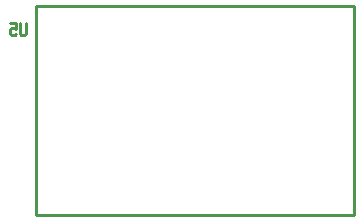
<source format=gbr>
G04 start of page 9 for group -4078 idx -4078 *
G04 Title: (unknown), bottomsilk *
G04 Creator: pcb 4.2.2 *
G04 CreationDate: Fri Aug 14 03:10:47 2020 UTC *
G04 For: harold *
G04 Format: Gerber/RS-274X *
G04 PCB-Dimensions (mil): 6000.00 5000.00 *
G04 PCB-Coordinate-Origin: lower left *
%MOIN*%
%FSLAX25Y25*%
%LNBOTTOMSILK*%
%ADD99C,0.0100*%
G54D99*X427165Y388583D02*Y318898D01*
X321260Y388583D02*X427165D01*
X321260Y318898D02*X427165D01*
X321260Y388583D02*Y318898D01*
X317913Y379358D02*Y382858D01*
Y379358D02*X317413Y378858D01*
X316413D02*X317413D01*
X316413D02*X315913Y379358D01*
Y382858D01*
X312713D02*X314713D01*
Y380858D02*Y382858D01*
Y380858D02*X314213Y381358D01*
X313213D02*X314213D01*
X313213D02*X312713Y380858D01*
Y379358D02*Y380858D01*
X313213Y378858D02*X312713Y379358D01*
X313213Y378858D02*X314213D01*
X314713Y379358D02*X314213Y378858D01*
M02*

</source>
